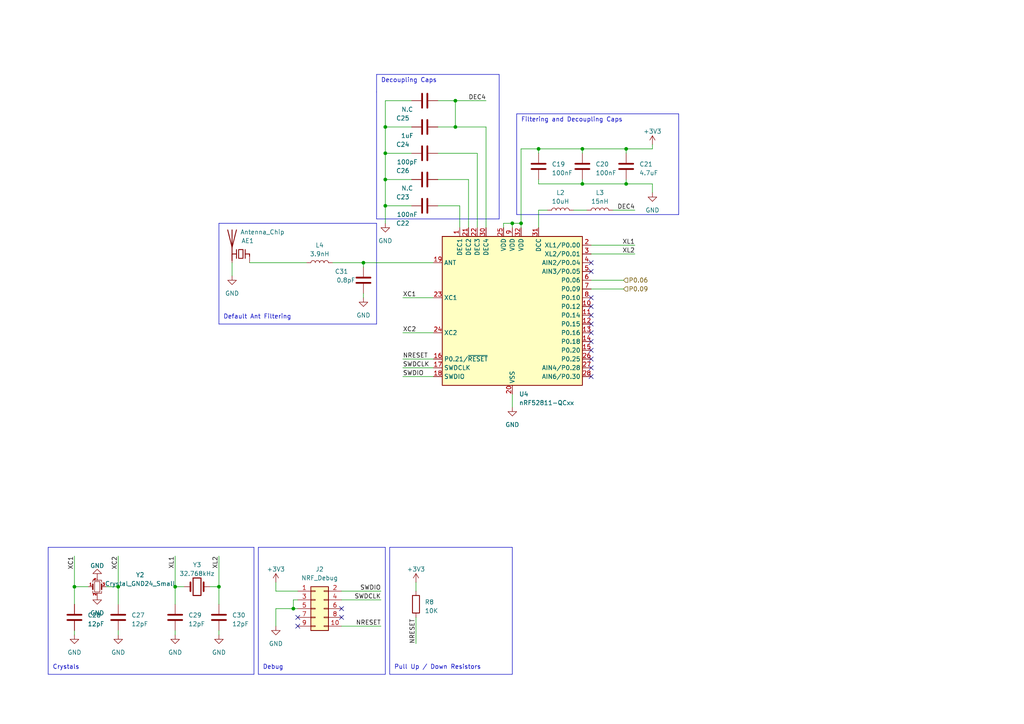
<source format=kicad_sch>
(kicad_sch (version 20230121) (generator eeschema)
  (paper "A4")
  (title_block (title "NRF52811 QFN32") (date "2023-07-04") (rev "v1.0") (company "Author : Turgay Hopal") (comment 1 "None"))
  (lib_symbols
    (symbol "Connector_Generic:Conn_02x05_Odd_Even" (pin_names (offset 1.016) hide)
      (property "Reference" "J" (at 1.27 7.62 0))
      (property "Value" "Conn_02x05_Odd_Even" (at 1.27 -7.62 0))
      (symbol "Conn_02x05_Odd_Even_1_1"
        (rectangle (start -1.27 -4.953) (end 0 -5.207) (stroke (width 0.1524)))
        (rectangle (start -1.27 -2.413) (end 0 -2.667) (stroke (width 0.1524)))
        (rectangle (start -1.27 0.127) (end 0 -0.127) (stroke (width 0.1524)))
        (rectangle (start -1.27 2.667) (end 0 2.413) (stroke (width 0.1524)))
        (rectangle (start -1.27 5.207) (end 0 4.953) (stroke (width 0.1524)))
        (rectangle (start -1.27 6.35) (end 3.81 -6.35) (stroke (width 0.254)) (fill (type background)))
        (rectangle (start 3.81 -4.953) (end 2.54 -5.207) (stroke (width 0.1524)))
        (rectangle (start 3.81 -2.413) (end 2.54 -2.667) (stroke (width 0.1524)))
        (rectangle (start 3.81 0.127) (end 2.54 -0.127) (stroke (width 0.1524)))
        (rectangle (start 3.81 2.667) (end 2.54 2.413) (stroke (width 0.1524)))
        (rectangle (start 3.81 5.207) (end 2.54 4.953) (stroke (width 0.1524)))
        (pin passive line (at -5.08 5.08 0) (length 3.81) (name "Pin_1") (number "1"))
        (pin passive line (at 7.62 -5.08 180) (length 3.81) (name "Pin_10") (number "10"))
        (pin passive line (at 7.62 5.08 180) (length 3.81) (name "Pin_2") (number "2"))
        (pin passive line (at -5.08 2.54 0) (length 3.81) (name "Pin_3") (number "3"))
        (pin passive line (at 7.62 2.54 180) (length 3.81) (name "Pin_4") (number "4"))
        (pin passive line (at -5.08 0 0) (length 3.81) (name "Pin_5") (number "5"))
        (pin passive line (at 7.62 0 180) (length 3.81) (name "Pin_6") (number "6"))
        (pin passive line (at -5.08 -2.54 0) (length 3.81) (name "Pin_7") (number "7"))
        (pin passive line (at 7.62 -2.54 180) (length 3.81) (name "Pin_8") (number "8"))
        (pin passive line (at -5.08 -5.08 0) (length 3.81) (name "Pin_9") (number "9"))
      )
    )
    (symbol "Device:Antenna_Chip" (pin_numbers hide) (pin_names (offset 1.016) hide)
      (property "Reference" "AE" (at 0 5.08 0))
      (property "Value" "Antenna_Chip" (at 0 3.175 0))
      (symbol "Antenna_Chip_0_1"
        (polyline (pts (xy -2.54 0) (xy -2.54 -0.635)) (stroke (width 0.254)))
        (polyline (pts (xy -2.54 0) (xy -1.27 0)) (stroke (width 0.254)))
        (polyline (pts (xy 1.27 0) (xy 2.54 0)) (stroke (width 0.254)))
        (polyline (pts (xy 1.27 1.27) (xy 1.27 -1.27)) (stroke (width 0.254)))
        (polyline (pts (xy 2.54 -0.635) (xy 2.54 0)))
        (polyline (pts (xy 2.54 6.985) (xy 2.54 -1.905)) (stroke (width 0.254)))
        (polyline (pts (xy -1.27 1.27) (xy -1.27 -1.27) (xy -1.27 0)) (stroke (width 0.254)))
        (polyline (pts (xy 3.81 6.985) (xy 2.54 1.905) (xy 1.27 6.985)) (stroke (width 0.254)))
        (polyline (pts (xy -0.635 1.27) (xy 0.635 1.27) (xy 0.635 -1.27) (xy -0.635 -1.27) (xy -0.635 1.27)) (stroke (width 0.254)))
      )
      (symbol "Antenna_Chip_1_1"
        (pin input line (at -2.54 -2.54 90) (length 2.54) (name "FEED") (number "1"))
        (pin passive line (at 2.54 -2.54 90) (length 2.54) (name "PCB_Trace") (number "2"))
      )
    )
    (symbol "Device:C" (pin_numbers hide) (pin_names (offset 0.254))
      (property "Reference" "C" (at 0.635 2.54 0))
      (property "Value" "C" (at 0.635 -2.54 0))
      (symbol "C_0_1"
        (polyline (pts (xy -2.032 -0.762) (xy 2.032 -0.762)) (stroke (width 0.508)))
        (polyline (pts (xy -2.032 0.762) (xy 2.032 0.762)) (stroke (width 0.508)))
      )
      (symbol "C_1_1"
        (pin passive line (at 0 3.81 270) (length 2.794) (name "~") (number "1"))
        (pin passive line (at 0 -3.81 90) (length 2.794) (name "~") (number "2"))
      )
    )
    (symbol "Device:Crystal" (pin_numbers hide) (pin_names (offset 1.016) hide)
      (property "Reference" "Y" (at 0 3.81 0))
      (property "Value" "Crystal" (at 0 -3.81 0))
      (symbol "Crystal_0_1"
        (rectangle (start -1.143 2.54) (end 1.143 -2.54) (stroke (width 0.3048)))
        (polyline (pts (xy -2.54 0) (xy -1.905 0)))
        (polyline (pts (xy -1.905 -1.27) (xy -1.905 1.27)) (stroke (width 0.508)))
        (polyline (pts (xy 1.905 -1.27) (xy 1.905 1.27)) (stroke (width 0.508)))
        (polyline (pts (xy 2.54 0) (xy 1.905 0)))
      )
      (symbol "Crystal_1_1"
        (pin passive line (at -3.81 0 0) (length 1.27) (name "1") (number "1"))
        (pin passive line (at 3.81 0 180) (length 1.27) (name "2") (number "2"))
      )
    )
    (symbol "Device:Crystal_GND24_Small" (pin_names (offset 1.016) hide)
      (property "Reference" "Y" (at 1.27 4.445 0))
      (property "Value" "Crystal_GND24_Small" (at 1.27 2.54 0))
      (symbol "Crystal_GND24_Small_0_1"
        (rectangle (start -0.762 -1.524) (end 0.762 1.524))
        (polyline (pts (xy -1.27 -0.762) (xy -1.27 0.762)) (stroke (width 0.381)))
        (polyline (pts (xy 1.27 -0.762) (xy 1.27 0.762)) (stroke (width 0.381)))
        (polyline (pts (xy -1.27 -1.27) (xy -1.27 -1.905) (xy 1.27 -1.905) (xy 1.27 -1.27)))
        (polyline (pts (xy -1.27 1.27) (xy -1.27 1.905) (xy 1.27 1.905) (xy 1.27 1.27)))
      )
      (symbol "Crystal_GND24_Small_1_1"
        (pin passive line (at -2.54 0 0) (length 1.27) (name "1") (number "1"))
        (pin passive line (at 0 -2.54 90) (length 0.635) (name "2") (number "2"))
        (pin passive line (at 2.54 0 180) (length 1.27) (name "3") (number "3"))
        (pin passive line (at 0 2.54 270) (length 0.635) (name "4") (number "4"))
      )
    )
    (symbol "Device:L" (pin_numbers hide) (pin_names (offset 1.016) hide)
      (property "Reference" "L" (at -1.27 0 90))
      (property "Value" "L" (at 1.905 0 90))
      (symbol "L_0_1"
        (arc (start 0 -2.54) (mid 0.6323 -1.905) (end 0 -1.27))
        (arc (start 0 -1.27) (mid 0.6323 -0.635) (end 0 0))
        (arc (start 0 0) (mid 0.6323 0.635) (end 0 1.27))
        (arc (start 0 1.27) (mid 0.6323 1.905) (end 0 2.54))
      )
      (symbol "L_1_1"
        (pin passive line (at 0 3.81 270) (length 1.27) (name "1") (number "1"))
        (pin passive line (at 0 -3.81 90) (length 1.27) (name "2") (number "2"))
      )
    )
    (symbol "Device:R" (pin_numbers hide) (pin_names (offset 0))
      (property "Reference" "R" (at 2.032 0 90))
      (property "Value" "R" (at 0 0 90))
      (symbol "R_0_1"
        (rectangle (start -1.016 -2.54) (end 1.016 2.54) (stroke (width 0.254)))
      )
      (symbol "R_1_1"
        (pin passive line (at 0 3.81 270) (length 1.27) (name "~") (number "1"))
        (pin passive line (at 0 -3.81 90) (length 1.27) (name "~") (number "2"))
      )
    )
    (symbol "MCU_Nordic:nRF52811-QCxx"
      (property "Reference" "U" (at 0 5.08 0))
      (property "Value" "nRF52811-QCxx" (at 0 2.54 0))
      (symbol "nRF52811-QCxx_0_1"
        (rectangle (start -20.32 22.86) (end 20.32 -20.32) (stroke (width 0.254)) (fill (type background)))
      )
      (symbol "nRF52811-QCxx_1_1"
        (pin passive line (at -15.24 25.4 270) (length 2.54) (name "DEC1") (number "1"))
        (pin bidirectional line (at 22.86 2.54 180) (length 2.54) (name "P0.12") (number "10"))
        (pin bidirectional line (at 22.86 0 180) (length 2.54) (name "P0.14") (number "11"))
        (pin bidirectional line (at 22.86 -2.54 180) (length 2.54) (name "P0.15") (number "12"))
        (pin bidirectional line (at 22.86 -5.08 180) (length 2.54) (name "P0.16") (number "13"))
        (pin bidirectional line (at 22.86 -7.62 180) (length 2.54) (name "P0.18") (number "14"))
        (pin bidirectional line (at 22.86 -10.16 180) (length 2.54) (name "P0.20") (number "15"))
        (pin bidirectional line (at -22.86 -12.7 0) (length 2.54) (name "P0.21/~{RESET}") (number "16"))
        (pin input line (at -22.86 -15.24 0) (length 2.54) (name "SWDCLK") (number "17"))
        (pin bidirectional line (at -22.86 -17.78 0) (length 2.54) (name "SWDIO") (number "18"))
        (pin passive line (at -22.86 15.24 0) (length 2.54) (name "ANT") (number "19"))
        (pin bidirectional line (at 22.86 20.32 180) (length 2.54) (name "XL1/P0.00") (number "2"))
        (pin power_in line (at 0 -22.86 90) (length 2.54) (name "VSS") (number "20"))
        (pin passive line (at -12.7 25.4 270) (length 2.54) (name "DEC2") (number "21"))
        (pin passive line (at -10.16 25.4 270) (length 2.54) (name "DEC3") (number "22"))
        (pin input line (at -22.86 5.08 0) (length 2.54) (name "XC1") (number "23"))
        (pin input line (at -22.86 -5.08 0) (length 2.54) (name "XC2") (number "24"))
        (pin power_in line (at -2.54 25.4 270) (length 2.54) (name "VDD") (number "25"))
        (pin bidirectional line (at 22.86 -12.7 180) (length 2.54) (name "P0.25") (number "26"))
        (pin bidirectional line (at 22.86 -15.24 180) (length 2.54) (name "AIN4/P0.28") (number "27"))
        (pin bidirectional line (at 22.86 -17.78 180) (length 2.54) (name "AIN6/P0.30") (number "28"))
        (pin passive line (at 0 -22.86 90) (length 2.54) hide (name "VSS") (number "29"))
        (pin bidirectional line (at 22.86 17.78 180) (length 2.54) (name "XL2/P0.01") (number "3"))
        (pin passive line (at -7.62 25.4 270) (length 2.54) (name "DEC4") (number "30"))
        (pin power_out line (at 7.62 25.4 270) (length 2.54) (name "DCC") (number "31"))
        (pin power_in line (at 2.54 25.4 270) (length 2.54) (name "VDD") (number "32"))
        (pin passive line (at 0 -22.86 90) (length 2.54) hide (name "VSS") (number "33"))
        (pin bidirectional line (at 22.86 15.24 180) (length 2.54) (name "AIN2/P0.04") (number "4"))
        (pin bidirectional line (at 22.86 12.7 180) (length 2.54) (name "AIN3/P0.05") (number "5"))
        (pin bidirectional line (at 22.86 10.16 180) (length 2.54) (name "P0.06") (number "6"))
        (pin bidirectional line (at 22.86 7.62 180) (length 2.54) (name "P0.09") (number "7"))
        (pin bidirectional line (at 22.86 5.08 180) (length 2.54) (name "P0.10") (number "8"))
        (pin power_in line (at 0 25.4 270) (length 2.54) (name "VDD") (number "9"))
      )
    )
    (symbol "power:+3V3" (power) (pin_names (offset 0))
      (property "Value" "+3V3" (at 0 3.556 0))
      (symbol "+3V3_0_1"
        (polyline (pts (xy -0.762 1.27) (xy 0 2.54)))
        (polyline (pts (xy 0 0) (xy 0 2.54)))
        (polyline (pts (xy 0 2.54) (xy 0.762 1.27)))
      )
      (symbol "+3V3_1_1"
        (pin power_in line (at 0 0 90) (length 0) hide (name "+3V3") (number "1"))
      )
    )
    (symbol "power:GND" (power) (pin_names (offset 0))
      (property "Value" "GND" (at 0 -3.81 0))
      (symbol "GND_0_1"
        (polyline (pts (xy 0 0) (xy 0 -1.27) (xy 1.27 -1.27) (xy 0 -2.54) (xy -1.27 -1.27) (xy 0 -1.27)))
      )
      (symbol "GND_1_1"
        (pin power_in line (at 0 0 270) (length 0) hide (name "GND") (number "1"))
      )
    )
  )
  (junction (at 111.76 44.45))
  (junction (at 156.21 43.18))
  (junction (at 50.8 170.18))
  (junction (at 132.08 36.83))
  (junction (at 63.5 170.18))
  (junction (at 168.91 43.18))
  (junction (at 181.61 53.34))
  (junction (at 168.91 53.34))
  (junction (at 181.61 43.18))
  (junction (at 85.09 176.53))
  (junction (at 151.13 64.77))
  (junction (at 105.41 76.2))
  (junction (at 21.59 170.18))
  (junction (at 111.76 59.69))
  (junction (at 34.29 170.18))
  (junction (at 132.08 29.21))
  (junction (at 111.76 52.07))
  (junction (at 111.76 36.83))
  (junction (at 148.59 64.77))
  (no_connect (at 99.06 179.07))
  (no_connect (at 99.06 176.53))
  (no_connect (at 171.45 99.06))
  (no_connect (at 171.45 91.44))
  (no_connect (at 171.45 76.2))
  (no_connect (at 171.45 104.14))
  (no_connect (at 171.45 78.74))
  (no_connect (at 171.45 106.68))
  (no_connect (at 171.45 86.36))
  (no_connect (at 171.45 96.52))
  (no_connect (at 86.36 179.07))
  (no_connect (at 171.45 88.9))
  (no_connect (at 171.45 101.6))
  (no_connect (at 171.45 109.22))
  (no_connect (at 171.45 93.98))
  (no_connect (at 86.36 181.61))
  (wire (pts (xy 146.05 66.04) (xy 146.05 64.77)))
  (wire (pts (xy 116.84 104.14) (xy 125.73 104.14)))
  (wire (pts (xy 21.59 182.88) (xy 21.59 184.15)))
  (wire (pts (xy 156.21 52.07) (xy 156.21 53.34)))
  (wire (pts (xy 111.76 29.21) (xy 111.76 36.83)))
  (wire (pts (xy 50.8 170.18) (xy 50.8 175.26)))
  (wire (pts (xy 156.21 43.18) (xy 168.91 43.18)))
  (wire (pts (xy 180.848 83.82) (xy 171.45 83.82)))
  (polyline (pts (xy 148.59 195.58) (xy 148.59 158.75)))
  (wire (pts (xy 171.45 73.66) (xy 184.15 73.66)))
  (wire (pts (xy 166.37 60.96) (xy 170.18 60.96)))
  (wire (pts (xy 50.8 161.29) (xy 50.8 170.18)))
  (wire (pts (xy 110.49 181.61) (xy 99.06 181.61)))
  (wire (pts (xy 119.38 52.07) (xy 111.76 52.07)))
  (wire (pts (xy 111.76 36.83) (xy 111.76 44.45)))
  (wire (pts (xy 148.59 114.3) (xy 148.59 118.11)))
  (wire (pts (xy 85.09 173.99) (xy 85.09 176.53)))
  (wire (pts (xy 119.38 29.21) (xy 111.76 29.21)))
  (wire (pts (xy 80.01 176.53) (xy 85.09 176.53)))
  (wire (pts (xy 181.61 43.18) (xy 181.61 44.45)))
  (wire (pts (xy 181.61 53.34) (xy 181.61 52.07)))
  (wire (pts (xy 116.84 106.68) (xy 125.73 106.68)))
  (wire (pts (xy 119.38 59.69) (xy 111.76 59.69)))
  (wire (pts (xy 21.59 161.29) (xy 21.59 170.18)))
  (polyline (pts (xy 63.5 64.77) (xy 109.22 64.77)))
  (polyline (pts (xy 74.93 158.75) (xy 111.76 158.75)))
  (wire (pts (xy 86.36 173.99) (xy 85.09 173.99)))
  (wire (pts (xy 148.59 64.77) (xy 151.13 64.77)))
  (wire (pts (xy 80.01 181.61) (xy 80.01 176.53)))
  (wire (pts (xy 110.49 173.99) (xy 99.06 173.99)))
  (wire (pts (xy 181.61 53.34) (xy 189.23 53.34)))
  (polyline (pts (xy 113.03 195.58) (xy 148.59 195.58)))
  (wire (pts (xy 135.89 52.07) (xy 127 52.07)))
  (wire (pts (xy 127 44.45) (xy 138.43 44.45)))
  (polyline (pts (xy 74.93 195.58) (xy 111.76 195.58)))
  (wire (pts (xy 168.91 52.07) (xy 168.91 53.34)))
  (polyline (pts (xy 196.85 62.23) (xy 196.85 33.02)))
  (polyline (pts (xy 63.5 64.77) (xy 63.5 93.98)))
  (polyline (pts (xy 109.22 63.5) (xy 144.78 63.5)))
  (wire (pts (xy 34.29 161.29) (xy 34.29 170.18)))
  (wire (pts (xy 96.52 76.2) (xy 105.41 76.2)))
  (wire (pts (xy 63.5 170.18) (xy 63.5 175.26)))
  (polyline (pts (xy 73.66 195.58) (xy 13.97 195.58)))
  (wire (pts (xy 189.23 43.18) (xy 189.23 41.91)))
  (wire (pts (xy 50.8 182.88) (xy 50.8 184.15)))
  (wire (pts (xy 116.84 109.22) (xy 125.73 109.22)))
  (wire (pts (xy 105.41 85.09) (xy 105.41 86.36)))
  (wire (pts (xy 85.09 176.53) (xy 86.36 176.53)))
  (polyline (pts (xy 109.22 26.67) (xy 109.22 63.5)))
  (wire (pts (xy 171.45 71.12) (xy 184.15 71.12)))
  (wire (pts (xy 116.84 96.52) (xy 125.73 96.52)))
  (wire (pts (xy 132.08 36.83) (xy 127 36.83)))
  (polyline (pts (xy 109.22 21.59) (xy 109.22 26.67)))
  (wire (pts (xy 127 29.21) (xy 132.08 29.21)))
  (wire (pts (xy 72.39 76.2) (xy 88.9 76.2)))
  (wire (pts (xy 21.59 170.18) (xy 21.59 175.26)))
  (wire (pts (xy 120.65 168.91) (xy 120.65 171.45)))
  (polyline (pts (xy 149.86 62.23) (xy 196.85 62.23)))
  (wire (pts (xy 156.21 60.96) (xy 158.75 60.96)))
  (wire (pts (xy 63.5 182.88) (xy 63.5 184.15)))
  (wire (pts (xy 34.29 182.88) (xy 34.29 184.15)))
  (wire (pts (xy 111.76 52.07) (xy 111.76 59.69)))
  (wire (pts (xy 34.29 170.18) (xy 34.29 175.26)))
  (wire (pts (xy 111.76 44.45) (xy 111.76 52.07)))
  (wire (pts (xy 105.41 76.2) (xy 125.73 76.2)))
  (wire (pts (xy 177.8 60.96) (xy 184.15 60.96)))
  (polyline (pts (xy 113.03 158.75) (xy 148.59 158.75)))
  (wire (pts (xy 119.38 36.83) (xy 111.76 36.83)))
  (wire (pts (xy 156.21 66.04) (xy 156.21 60.96)))
  (wire (pts (xy 67.31 76.2) (xy 67.31 80.01)))
  (wire (pts (xy 180.848 81.28) (xy 171.45 81.28)))
  (wire (pts (xy 86.36 171.45) (xy 80.01 171.45)))
  (polyline (pts (xy 109.22 93.98) (xy 63.5 93.98)))
  (wire (pts (xy 111.76 44.45) (xy 119.38 44.45)))
  (wire (pts (xy 53.34 170.18) (xy 50.8 170.18)))
  (wire (pts (xy 80.01 171.45) (xy 80.01 168.91)))
  (wire (pts (xy 151.13 43.18) (xy 156.21 43.18)))
  (wire (pts (xy 181.61 43.18) (xy 189.23 43.18)))
  (wire (pts (xy 148.59 66.04) (xy 148.59 64.77)))
  (wire (pts (xy 140.97 36.83) (xy 132.08 36.83)))
  (wire (pts (xy 111.76 59.69) (xy 111.76 64.77)))
  (polyline (pts (xy 111.76 195.58) (xy 111.76 158.75)))
  (wire (pts (xy 138.43 44.45) (xy 138.43 66.04)))
  (polyline (pts (xy 149.86 33.02) (xy 149.86 62.23)))
  (polyline (pts (xy 144.78 21.59) (xy 109.22 21.59)))
  (wire (pts (xy 60.96 170.18) (xy 63.5 170.18)))
  (wire (pts (xy 21.59 170.18) (xy 25.654 170.18)))
  (wire (pts (xy 168.91 53.34) (xy 181.61 53.34)))
  (polyline (pts (xy 73.66 158.75) (xy 73.66 195.58)))
  (wire (pts (xy 146.05 64.77) (xy 148.59 64.77)))
  (wire (pts (xy 30.734 170.18) (xy 34.29 170.18)))
  (wire (pts (xy 120.65 179.07) (xy 120.65 186.69)))
  (polyline (pts (xy 74.93 158.75) (xy 74.93 195.58)))
  (polyline (pts (xy 13.97 158.75) (xy 73.66 158.75)))
  (wire (pts (xy 156.21 43.18) (xy 156.21 44.45)))
  (wire (pts (xy 63.5 161.29) (xy 63.5 170.18)))
  (wire (pts (xy 135.89 66.04) (xy 135.89 52.07)))
  (polyline (pts (xy 144.78 63.5) (xy 144.78 21.59)))
  (wire (pts (xy 156.21 53.34) (xy 168.91 53.34)))
  (polyline (pts (xy 113.03 158.75) (xy 113.03 195.58)))
  (wire (pts (xy 140.97 66.04) (xy 140.97 36.83)))
  (polyline (pts (xy 149.86 33.02) (xy 196.85 33.02)))
  (wire (pts (xy 133.35 66.04) (xy 133.35 59.69)))
  (wire (pts (xy 133.35 59.69) (xy 127 59.69)))
  (wire (pts (xy 105.41 76.2) (xy 105.41 77.47)))
  (wire (pts (xy 132.08 29.21) (xy 140.97 29.21)))
  (wire (pts (xy 110.49 171.45) (xy 99.06 171.45)))
  (wire (pts (xy 116.84 86.36) (xy 125.73 86.36)))
  (wire (pts (xy 189.23 53.34) (xy 189.23 55.88)))
  (polyline (pts (xy 13.97 158.75) (xy 13.97 195.58)))
  (polyline (pts (xy 109.22 64.77) (xy 109.22 93.98)))
  (wire (pts (xy 151.13 64.77) (xy 151.13 43.18)))
  (wire (pts (xy 132.08 29.21) (xy 132.08 36.83)))
  (wire (pts (xy 168.91 43.18) (xy 168.91 44.45)))
  (wire (pts (xy 168.91 43.18) (xy 181.61 43.18)))
  (wire (pts (xy 151.13 66.04) (xy 151.13 64.77)))
  (text "Pull Up / Down Resistors" (at 114.3 194.31 0) (effects (font (size 1.27 1.27)) (justify left bottom)))
  (text "Debug" (at 76.2 194.31 0) (effects (font (size 1.27 1.27)) (justify left bottom)))
  (text "Default Ant Filtering" (at 64.77 92.71 0) (effects (font (size 1.27 1.27)) (justify left bottom)))
  (text "Crystals" (at 15.24 194.31 0) (effects (font (size 1.27 1.27)) (justify left bottom)))
  (text "Decoupling Caps" (at 110.49 24.13 0) (effects (font (size 1.27 1.27)) (justify left bottom)))
  (text "Filtering and Decoupling Caps" (at 151.13 35.56 0) (effects (font (size 1.27 1.27)) (justify left bottom)))
  (label "DEC4" (at 140.97 29.21 180))
  (label "SWDIO" (at 110.49 171.45 180))
  (label "DEC4" (at 184.15 60.96 180))
  (label "XC2" (at 116.84 96.52 0))
  (label "NRESET" (at 120.65 186.69 90))
  (label "XC2" (at 34.29 161.29 270))
  (label "XL2" (at 184.15 73.66 180))
  (label "SWDCLK" (at 116.84 106.68 0))
  (label "XC1" (at 21.59 161.29 270))
  (label "NRESET" (at 116.84 104.14 0))
  (label "XC1" (at 116.84 86.36 0))
  (label "SWDCLK" (at 110.49 173.99 180))
  (label "NRESET" (at 110.49 181.61 180))
  (label "SWDIO" (at 116.84 109.22 0))
  (label "XL2" (at 63.5 161.29 270))
  (label "XL1" (at 50.8 161.29 270))
  (label "XL1" (at 184.15 71.12 180))
  (hierarchical_label "P0.06" (shape input) (at 180.848 81.28 0))
  (hierarchical_label "P0.09" (shape input) (at 180.848 83.82 0))
  (symbol (lib_id "Device:C") (at 34.29 179.07 0) (unit 1)
    (property "Reference" "C27" (at 38.1 178.435 0) (effects (justify left)))
    (property "Value" "12pF" (at 38.1 180.975 0) (effects (justify left)))
    (property "Footprint" "Capacitor_SMD:C_0603_1608Metric" (effects hide))
    (instances (project "DeskSandGlass" (path "" (reference "C27") (unit 1))) (project "DeskSmartFan" (path "" (reference "C42") (unit 1))))
  )
  (symbol (lib_id "Device:L") (at 92.71 76.2 90) (unit 1)
    (property "Reference" "L4" (at 92.71 71.12 90))
    (property "Value" "3.9nH" (at 92.71 73.66 90))
    (property "Footprint" "Inductor_SMD:L_0805_2012Metric" (effects hide))
    (instances (project "DeskSandGlass" (path "" (reference "L4") (unit 1))) (project "DeskSmartFan" (path "" (reference "L3") (unit 1))))
  )
  (symbol (lib_id "Device:C") (at 123.19 29.21 90) (unit 1)
    (property "Reference" "C25" (at 116.84 34.29 90))
    (property "Value" "N.C" (at 118.11 31.75 90))
    (property "Footprint" "Capacitor_SMD:C_0603_1608Metric" (effects hide))
    (instances (project "DeskSandGlass" (path "" (reference "C25") (unit 1))) (project "DeskSmartFan" (path "" (reference "C46") (unit 1))))
  )
  (symbol (lib_id "Device:C") (at 123.19 52.07 90) (unit 1)
    (property "Reference" "C23" (at 116.84 57.15 90))
    (property "Value" "N.C" (at 118.11 54.61 90))
    (property "Footprint" "Capacitor_SMD:C_0603_1608Metric" (effects hide))
    (instances (project "DeskSandGlass" (path "" (reference "C23") (unit 1))) (project "DeskSmartFan" (path "" (reference "C49") (unit 1))))
  )
  (symbol (lib_id "power:+3V3") (at 189.23 41.91 0) (unit 1)
    (property "Reference" "#PWR030" (effects hide))
    (property "Value" "+3V3" (at 189.23 38.1 0))
    (instances (project "DeskSandGlass" (path "" (reference "#PWR030") (unit 1))) (project "DeskSmartFan" (path "" (reference "#PWR070") (unit 1))))
  )
  (symbol (lib_id "Device:Antenna_Chip") (at 69.85 73.66 0) (mirror y) (unit 1)
    (property "Reference" "AE1" (at 73.66 69.85 0) (effects (justify left)))
    (property "Value" "Antenna_Chip" (at 82.55 67.31 0) (effects (justify left)))
    (property "Footprint" "RF_Antenna:Johanson_2450AT18x100" (effects hide))
  )
  (symbol (lib_id "power:GND") (at 189.23 55.88 0) (unit 1)
    (property "Reference" "#PWR029" (effects hide))
    (property "Value" "GND" (at 189.23 60.96 0))
    (instances (project "DeskSandGlass" (path "" (reference "#PWR029") (unit 1))) (project "DeskSmartFan" (path "" (reference "#PWR071") (unit 1))))
  )
  (symbol (lib_id "power:GND") (at 63.5 184.15 0) (unit 1)
    (property "Reference" "#PWR034" (effects hide))
    (property "Value" "GND" (at 63.5 189.23 0))
    (instances (project "DeskSandGlass" (path "" (reference "#PWR034") (unit 1))) (project "DeskSmartFan" (path "" (reference "#PWR062") (unit 1))))
  )
  (symbol (lib_id "Device:C") (at 168.91 48.26 0) (unit 1)
    (property "Reference" "C20" (at 172.72 47.625 0) (effects (justify left)))
    (property "Value" "100nF" (at 172.72 50.165 0) (effects (justify left)))
    (property "Footprint" "Capacitor_SMD:C_0603_1608Metric" (effects hide))
    (instances (project "DeskSandGlass" (path "" (reference "C20") (unit 1))) (project "DeskSmartFan" (path "" (reference "C52") (unit 1))))
  )
  (symbol (lib_id "power:+3V3") (at 80.01 168.91 0) (unit 1)
    (property "Reference" "#PWR038" (effects hide))
    (property "Value" "+3V3" (at 80.01 165.1 0))
    (instances (project "DeskSandGlass" (path "" (reference "#PWR038") (unit 1))) (project "DeskSmartFan" (path "" (reference "#PWR064") (unit 1))))
  )
  (symbol (lib_id "Connector_Generic:Conn_02x05_Odd_Even") (at 91.44 176.53 0) (unit 1)
    (property "Reference" "J2" (at 92.71 165.1 0))
    (property "Value" "NRF_Debug" (at 92.71 167.64 0))
    (property "Footprint" "Connector_PinSocket_1.27mm:PinSocket_2x05_P1.27mm_Vertical" (effects hide))
    (instances (project "DeskSandGlass" (path "" (reference "J2") (unit 1))) (project "DeskSmartFan" (path "" (reference "J6") (unit 1))))
  )
  (symbol (lib_id "power:GND") (at 34.29 184.15 0) (unit 1)
    (property "Reference" "#PWR032" (effects hide))
    (property "Value" "GND" (at 34.29 189.23 0))
    (instances (project "DeskSandGlass" (path "" (reference "#PWR032") (unit 1))) (project "DeskSmartFan" (path "" (reference "#PWR060") (unit 1))))
  )
  (symbol (lib_id "power:GND") (at 67.31 80.01 0) (unit 1)
    (property "Reference" "#PWR040" (effects hide))
    (property "Value" "GND" (at 67.31 85.09 0))
    (instances (project "DeskSandGlass" (path "" (reference "#PWR040") (unit 1))) (project "DeskSmartFan" (path "" (reference "#PWR063") (unit 1))))
  )
  (symbol (lib_id "Device:C") (at 181.61 48.26 0) (unit 1)
    (property "Reference" "C21" (at 185.42 47.625 0) (effects (justify left)))
    (property "Value" "4.7uF" (at 185.42 50.165 0) (effects (justify left)))
    (property "Footprint" "Capacitor_SMD:C_0603_1608Metric" (effects hide))
    (instances (project "DeskSandGlass" (path "" (reference "C21") (unit 1))) (project "DeskSmartFan" (path "" (reference "C53") (unit 1))))
  )
  (symbol (lib_id "Device:C") (at 63.5 179.07 0) (unit 1)
    (property "Reference" "C30" (at 67.31 178.435 0) (effects (justify left)))
    (property "Value" "12pF" (at 67.31 180.975 0) (effects (justify left)))
    (property "Footprint" "Capacitor_SMD:C_0603_1608Metric" (effects hide))
    (instances (project "DeskSandGlass" (path "" (reference "C30") (unit 1))) (project "DeskSmartFan" (path "" (reference "C44") (unit 1))))
  )
  (symbol (lib_id "Device:Crystal") (at 57.15 170.18 0) (unit 1)
    (property "Reference" "Y3" (at 57.15 163.83 0))
    (property "Value" "32.768kHz" (at 57.15 166.37 0))
    (property "Footprint" "Crystal:Crystal_SMD_3215-2Pin_3.2x1.5mm" (effects hide))
  )
  (symbol (lib_id "Device:R") (at 120.65 175.26 0) (unit 1)
    (property "Reference" "R8" (at 123.19 174.625 0) (effects (justify left)))
    (property "Value" "10K" (at 123.19 177.165 0) (effects (justify left)))
    (property "Footprint" "Resistor_SMD:R_0603_1608Metric" (effects hide))
    (instances (project "DeskSandGlass" (path "" (reference "R8") (unit 1))) (project "DeskSmartFan" (path "" (reference "R21") (unit 1))))
  )
  (symbol (lib_id "Device:Crystal_GND24_Small") (at 28.194 170.18 0) (unit 1)
    (property "Reference" "Y2" (at 40.64 166.7511 0))
    (property "Value" "Crystal_GND24_Small" (at 40.64 169.2911 0))
    (property "Footprint" "Crystal:Crystal_SMD_2520-4Pin_2.5x2.0mm" (effects hide))
  )
  (symbol (lib_id "power:GND") (at 21.59 184.15 0) (unit 1)
    (property "Reference" "#PWR031" (effects hide))
    (property "Value" "GND" (at 21.59 189.23 0))
    (instances (project "DeskSandGlass" (path "" (reference "#PWR031") (unit 1))) (project "DeskSmartFan" (path "" (reference "#PWR059") (unit 1))))
  )
  (symbol (lib_id "Device:C") (at 156.21 48.26 0) (unit 1)
    (property "Reference" "C19" (at 160.02 47.625 0) (effects (justify left)))
    (property "Value" "100nF" (at 160.02 50.165 0) (effects (justify left)))
    (property "Footprint" "Capacitor_SMD:C_0603_1608Metric" (effects hide))
    (instances (project "DeskSandGlass" (path "" (reference "C19") (unit 1))) (project "DeskSmartFan" (path "" (reference "C51") (unit 1))))
  )
  (symbol (lib_id "Device:C") (at 123.19 36.83 90) (unit 1)
    (property "Reference" "C24" (at 116.84 41.91 90))
    (property "Value" "1uF" (at 118.11 39.37 90))
    (property "Footprint" "Capacitor_SMD:C_0603_1608Metric" (effects hide))
    (instances (project "DeskSandGlass" (path "" (reference "C24") (unit 1))) (project "DeskSmartFan" (path "" (reference "C47") (unit 1))))
  )
  (symbol (lib_id "Device:C") (at 21.59 179.07 0) (unit 1)
    (property "Reference" "C28" (at 25.4 178.435 0) (effects (justify left)))
    (property "Value" "12pF" (at 25.4 180.975 0) (effects (justify left)))
    (property "Footprint" "Capacitor_SMD:C_0603_1608Metric" (effects hide))
    (instances (project "DeskSandGlass" (path "" (reference "C28") (unit 1))) (project "DeskSmartFan" (path "" (reference "C41") (unit 1))))
  )
  (symbol (lib_id "Device:L") (at 162.56 60.96 90) (unit 1)
    (property "Reference" "L2" (at 162.56 55.88 90))
    (property "Value" "10uH" (at 162.56 58.42 90))
    (property "Footprint" "Inductor_SMD:L_0805_2012Metric" (effects hide))
    (instances (project "DeskSandGlass" (path "" (reference "L2") (unit 1))) (project "DeskSmartFan" (path "" (reference "L4") (unit 1))))
  )
  (symbol (lib_id "MCU_Nordic:nRF52811-QCxx") (at 148.59 91.44 0) (unit 1)
    (property "Reference" "U4" (at 150.5459 114.3 0) (effects (justify left)))
    (property "Value" "nRF52811-QCxx" (at 150.5459 116.84 0) (effects (justify left)))
    (property "Footprint" "Package_DFN_QFN:QFN-32-1EP_5x5mm_P0.5mm_EP3.6x3.6mm" (effects hide))
    (property "Datasheet" "https://infocenter.nordicsemi.com/pdf/nRF52811_PS_v1.0.pdf" (effects hide))
    (instances (project "DeskSandGlass" (path "" (reference "U4") (unit 1))) (project "DeskSmartFan" (path "" (reference "U6") (unit 1))))
  )
  (symbol (lib_id "power:GND") (at 28.194 167.64 180) (unit 1)
    (property "Reference" "#PWR032" (effects hide))
    (property "Value" "GND" (at 28.194 164.084 0))
    (instances (project "DeskSandGlass" (path "" (reference "#PWR032") (unit 1))) (project "DeskSmartFan" (path "" (reference "#PWR073") (unit 1))))
  )
  (symbol (lib_id "Device:L") (at 173.99 60.96 90) (unit 1)
    (property "Reference" "L3" (at 173.99 55.88 90))
    (property "Value" "15nH" (at 173.99 58.42 90))
    (property "Footprint" "Inductor_SMD:L_0805_2012Metric" (effects hide))
    (instances (project "DeskSandGlass" (path "" (reference "L3") (unit 1))) (project "DeskSmartFan" (path "" (reference "L5") (unit 1))))
  )
  (symbol (lib_id "power:GND") (at 50.8 184.15 0) (unit 1)
    (property "Reference" "#PWR033" (effects hide))
    (property "Value" "GND" (at 50.8 189.23 0))
    (instances (project "DeskSandGlass" (path "" (reference "#PWR033") (unit 1))) (project "DeskSmartFan" (path "" (reference "#PWR061") (unit 1))))
  )
  (symbol (lib_id "power:GND") (at 111.76 64.77 0) (unit 1)
    (property "Reference" "#PWR035" (effects hide))
    (property "Value" "GND" (at 111.76 69.85 0))
    (instances (project "DeskSandGlass" (path "" (reference "#PWR035") (unit 1))) (project "DeskSmartFan" (path "" (reference "#PWR067") (unit 1))))
  )
  (symbol (lib_id "power:GND") (at 28.194 172.72 0) (unit 1)
    (property "Reference" "#PWR032" (effects hide))
    (property "Value" "GND" (at 28.194 177.8 0))
    (instances (project "DeskSandGlass" (path "" (reference "#PWR032") (unit 1))) (project "DeskSmartFan" (path "" (reference "#PWR072") (unit 1))))
  )
  (symbol (lib_id "power:GND") (at 105.41 86.36 0) (unit 1)
    (property "Reference" "#PWR036" (effects hide))
    (property "Value" "GND" (at 105.41 91.44 0))
    (instances (project "DeskSandGlass" (path "" (reference "#PWR036") (unit 1))) (project "DeskSmartFan" (path "" (reference "#PWR066") (unit 1))))
  )
  (symbol (lib_id "power:GND") (at 80.01 181.61 0) (unit 1)
    (property "Reference" "#PWR039" (effects hide))
    (property "Value" "GND" (at 80.01 186.69 0))
    (instances (project "DeskSandGlass" (path "" (reference "#PWR039") (unit 1))) (project "DeskSmartFan" (path "" (reference "#PWR065") (unit 1))))
  )
  (symbol (lib_id "Device:C") (at 123.19 59.69 90) (unit 1)
    (property "Reference" "C22" (at 116.84 64.77 90))
    (property "Value" "100nF" (at 118.11 62.23 90))
    (property "Footprint" "Capacitor_SMD:C_0603_1608Metric" (effects hide))
    (instances (project "DeskSandGlass" (path "" (reference "C22") (unit 1))) (project "DeskSmartFan" (path "" (reference "C50") (unit 1))))
  )
  (symbol (lib_id "power:GND") (at 148.59 118.11 0) (unit 1)
    (property "Reference" "#PWR028" (effects hide))
    (property "Value" "GND" (at 148.59 123.19 0))
    (instances (project "DeskSandGlass" (path "" (reference "#PWR028") (unit 1))) (project "DeskSmartFan" (path "" (reference "#PWR069") (unit 1))))
  )
  (symbol (lib_id "Device:C") (at 123.19 44.45 90) (unit 1)
    (property "Reference" "C26" (at 116.84 49.53 90))
    (property "Value" "100pF" (at 118.11 46.99 90))
    (property "Footprint" "Capacitor_SMD:C_0603_1608Metric" (effects hide))
    (instances (project "DeskSandGlass" (path "" (reference "C26") (unit 1))) (project "DeskSmartFan" (path "" (reference "C48") (unit 1))))
  )
  (symbol (lib_id "power:+3V3") (at 120.65 168.91 0) (unit 1)
    (property "Reference" "#PWR037" (effects hide))
    (property "Value" "+3V3" (at 120.65 165.1 0))
    (instances (project "DeskSandGlass" (path "" (reference "#PWR037") (unit 1))) (project "DeskSmartFan" (path "" (reference "#PWR068") (unit 1))))
  )
  (symbol (lib_id "Device:C") (at 105.41 81.28 180) (unit 1)
    (property "Reference" "C31" (at 99.06 78.74 0))
    (property "Value" "0.8pF" (at 100.33 81.28 0))
    (property "Footprint" "Capacitor_SMD:C_0603_1608Metric" (effects hide))
    (instances (project "DeskSandGlass" (path "" (reference "C31") (unit 1))) (project "DeskSmartFan" (path "" (reference "C45") (unit 1))))
  )
  (symbol (lib_id "Device:C") (at 50.8 179.07 0) (unit 1)
    (property "Reference" "C29" (at 54.61 178.435 0) (effects (justify left)))
    (property "Value" "12pF" (at 54.61 180.975 0) (effects (justify left)))
    (property "Footprint" "Capacitor_SMD:C_0603_1608Metric" (effects hide))
    (instances (project "DeskSandGlass" (path "" (reference "C29") (unit 1))) (project "DeskSmartFan" (path "" (reference "C43") (unit 1))))
  )
)
</source>
